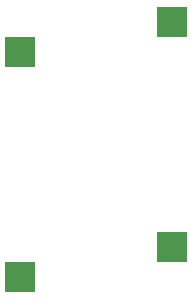
<source format=gbr>
%TF.GenerationSoftware,KiCad,Pcbnew,7.0.2*%
%TF.CreationDate,2023-04-26T23:17:44+02:00*%
%TF.ProjectId,phoenix-thumb,70686f65-6e69-4782-9d74-68756d622e6b,v1.0.0*%
%TF.SameCoordinates,Original*%
%TF.FileFunction,Paste,Bot*%
%TF.FilePolarity,Positive*%
%FSLAX46Y46*%
G04 Gerber Fmt 4.6, Leading zero omitted, Abs format (unit mm)*
G04 Created by KiCad (PCBNEW 7.0.2) date 2023-04-26 23:17:44*
%MOMM*%
%LPD*%
G01*
G04 APERTURE LIST*
%ADD10R,2.550000X2.500000*%
G04 APERTURE END LIST*
D10*
%TO.C,S7*%
X146252000Y-156440000D03*
X133325000Y-158980000D03*
%TD*%
%TO.C,S2*%
X133327000Y-139890000D03*
X146254000Y-137350000D03*
%TD*%
M02*

</source>
